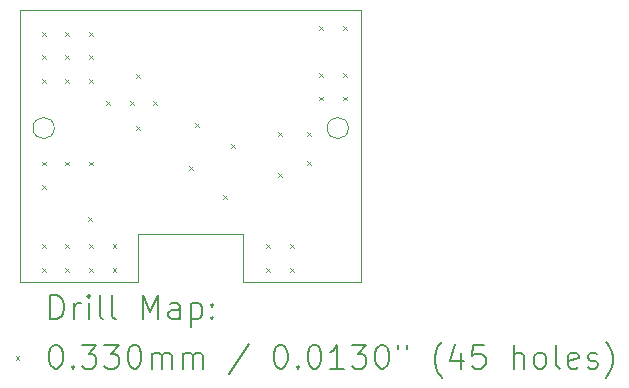
<source format=gbr>
%TF.GenerationSoftware,KiCad,Pcbnew,8.0.1*%
%TF.CreationDate,2024-07-01T16:07:56-04:00*%
%TF.ProjectId,V1,56312e6b-6963-4616-945f-706362585858,rev?*%
%TF.SameCoordinates,Original*%
%TF.FileFunction,Drillmap*%
%TF.FilePolarity,Positive*%
%FSLAX45Y45*%
G04 Gerber Fmt 4.5, Leading zero omitted, Abs format (unit mm)*
G04 Created by KiCad (PCBNEW 8.0.1) date 2024-07-01 16:07:56*
%MOMM*%
%LPD*%
G01*
G04 APERTURE LIST*
%ADD10C,0.100000*%
%ADD11C,0.200000*%
G04 APERTURE END LIST*
D10*
X11000000Y-12300000D02*
X11000000Y-11900000D01*
X10290000Y-11000000D02*
G75*
G02*
X10110000Y-11000000I-90000J0D01*
G01*
X10110000Y-11000000D02*
G75*
G02*
X10290000Y-11000000I90000J0D01*
G01*
X11000000Y-11900000D02*
X11890000Y-11900000D01*
X12890000Y-12300000D02*
X12890000Y-10000000D01*
X11890000Y-12300000D02*
X12890000Y-12300000D01*
X12780000Y-11000000D02*
G75*
G02*
X12600000Y-11000000I-90000J0D01*
G01*
X12600000Y-11000000D02*
G75*
G02*
X12780000Y-11000000I90000J0D01*
G01*
X10000000Y-10000000D02*
X10000000Y-12300000D01*
X11890000Y-11900000D02*
X11890000Y-12300000D01*
X12890000Y-10000000D02*
X10000000Y-10000000D01*
X10000000Y-12300000D02*
X11000000Y-12300000D01*
D11*
D10*
X10183490Y-10183490D02*
X10216510Y-10216510D01*
X10216510Y-10183490D02*
X10183490Y-10216510D01*
X10183490Y-10383490D02*
X10216510Y-10416510D01*
X10216510Y-10383490D02*
X10183490Y-10416510D01*
X10183490Y-10583490D02*
X10216510Y-10616510D01*
X10216510Y-10583490D02*
X10183490Y-10616510D01*
X10183490Y-11283490D02*
X10216510Y-11316510D01*
X10216510Y-11283490D02*
X10183490Y-11316510D01*
X10183490Y-11483490D02*
X10216510Y-11516510D01*
X10216510Y-11483490D02*
X10183490Y-11516510D01*
X10183490Y-11983490D02*
X10216510Y-12016510D01*
X10216510Y-11983490D02*
X10183490Y-12016510D01*
X10183490Y-12183490D02*
X10216510Y-12216510D01*
X10216510Y-12183490D02*
X10183490Y-12216510D01*
X10383490Y-10183490D02*
X10416510Y-10216510D01*
X10416510Y-10183490D02*
X10383490Y-10216510D01*
X10383490Y-10383490D02*
X10416510Y-10416510D01*
X10416510Y-10383490D02*
X10383490Y-10416510D01*
X10383490Y-10583490D02*
X10416510Y-10616510D01*
X10416510Y-10583490D02*
X10383490Y-10616510D01*
X10383490Y-11283490D02*
X10416510Y-11316510D01*
X10416510Y-11283490D02*
X10383490Y-11316510D01*
X10383490Y-11983490D02*
X10416510Y-12016510D01*
X10416510Y-11983490D02*
X10383490Y-12016510D01*
X10383490Y-12183490D02*
X10416510Y-12216510D01*
X10416510Y-12183490D02*
X10383490Y-12216510D01*
X10577490Y-11754490D02*
X10610510Y-11787510D01*
X10610510Y-11754490D02*
X10577490Y-11787510D01*
X10583490Y-10183490D02*
X10616510Y-10216510D01*
X10616510Y-10183490D02*
X10583490Y-10216510D01*
X10583490Y-10383490D02*
X10616510Y-10416510D01*
X10616510Y-10383490D02*
X10583490Y-10416510D01*
X10583490Y-10583490D02*
X10616510Y-10616510D01*
X10616510Y-10583490D02*
X10583490Y-10616510D01*
X10583490Y-11283490D02*
X10616510Y-11316510D01*
X10616510Y-11283490D02*
X10583490Y-11316510D01*
X10583490Y-11983490D02*
X10616510Y-12016510D01*
X10616510Y-11983490D02*
X10583490Y-12016510D01*
X10583490Y-12183490D02*
X10616510Y-12216510D01*
X10616510Y-12183490D02*
X10583490Y-12216510D01*
X10728490Y-10773490D02*
X10761510Y-10806510D01*
X10761510Y-10773490D02*
X10728490Y-10806510D01*
X10783490Y-11983490D02*
X10816510Y-12016510D01*
X10816510Y-11983490D02*
X10783490Y-12016510D01*
X10783490Y-12183490D02*
X10816510Y-12216510D01*
X10816510Y-12183490D02*
X10783490Y-12216510D01*
X10928490Y-10773490D02*
X10961510Y-10806510D01*
X10961510Y-10773490D02*
X10928490Y-10806510D01*
X10980990Y-10545990D02*
X11014010Y-10579010D01*
X11014010Y-10545990D02*
X10980990Y-10579010D01*
X10983490Y-10983490D02*
X11016510Y-11016510D01*
X11016510Y-10983490D02*
X10983490Y-11016510D01*
X11128490Y-10773490D02*
X11161510Y-10806510D01*
X11161510Y-10773490D02*
X11128490Y-10806510D01*
X11428490Y-11323490D02*
X11461510Y-11356510D01*
X11461510Y-11323490D02*
X11428490Y-11356510D01*
X11483490Y-10958490D02*
X11516510Y-10991510D01*
X11516510Y-10958490D02*
X11483490Y-10991510D01*
X11720490Y-11565490D02*
X11753510Y-11598510D01*
X11753510Y-11565490D02*
X11720490Y-11598510D01*
X11783490Y-11133490D02*
X11816510Y-11166510D01*
X11816510Y-11133490D02*
X11783490Y-11166510D01*
X12083490Y-11983490D02*
X12116510Y-12016510D01*
X12116510Y-11983490D02*
X12083490Y-12016510D01*
X12083490Y-12183490D02*
X12116510Y-12216510D01*
X12116510Y-12183490D02*
X12083490Y-12216510D01*
X12182490Y-11381490D02*
X12215510Y-11414510D01*
X12215510Y-11381490D02*
X12182490Y-11414510D01*
X12183490Y-11033490D02*
X12216510Y-11066510D01*
X12216510Y-11033490D02*
X12183490Y-11066510D01*
X12283490Y-11983490D02*
X12316510Y-12016510D01*
X12316510Y-11983490D02*
X12283490Y-12016510D01*
X12283490Y-12183490D02*
X12316510Y-12216510D01*
X12316510Y-12183490D02*
X12283490Y-12216510D01*
X12433490Y-11033490D02*
X12466510Y-11066510D01*
X12466510Y-11033490D02*
X12433490Y-11066510D01*
X12433490Y-11278490D02*
X12466510Y-11311510D01*
X12466510Y-11278490D02*
X12433490Y-11311510D01*
X12533490Y-10133490D02*
X12566510Y-10166510D01*
X12566510Y-10133490D02*
X12533490Y-10166510D01*
X12533490Y-10533490D02*
X12566510Y-10566510D01*
X12566510Y-10533490D02*
X12533490Y-10566510D01*
X12533490Y-10733490D02*
X12566510Y-10766510D01*
X12566510Y-10733490D02*
X12533490Y-10766510D01*
X12733490Y-10133490D02*
X12766510Y-10166510D01*
X12766510Y-10133490D02*
X12733490Y-10166510D01*
X12733490Y-10533490D02*
X12766510Y-10566510D01*
X12766510Y-10533490D02*
X12733490Y-10566510D01*
X12733490Y-10733490D02*
X12766510Y-10766510D01*
X12766510Y-10733490D02*
X12733490Y-10766510D01*
D11*
X10255777Y-12616484D02*
X10255777Y-12416484D01*
X10255777Y-12416484D02*
X10303396Y-12416484D01*
X10303396Y-12416484D02*
X10331967Y-12426008D01*
X10331967Y-12426008D02*
X10351015Y-12445055D01*
X10351015Y-12445055D02*
X10360539Y-12464103D01*
X10360539Y-12464103D02*
X10370063Y-12502198D01*
X10370063Y-12502198D02*
X10370063Y-12530769D01*
X10370063Y-12530769D02*
X10360539Y-12568865D01*
X10360539Y-12568865D02*
X10351015Y-12587912D01*
X10351015Y-12587912D02*
X10331967Y-12606960D01*
X10331967Y-12606960D02*
X10303396Y-12616484D01*
X10303396Y-12616484D02*
X10255777Y-12616484D01*
X10455777Y-12616484D02*
X10455777Y-12483150D01*
X10455777Y-12521246D02*
X10465301Y-12502198D01*
X10465301Y-12502198D02*
X10474824Y-12492674D01*
X10474824Y-12492674D02*
X10493872Y-12483150D01*
X10493872Y-12483150D02*
X10512920Y-12483150D01*
X10579586Y-12616484D02*
X10579586Y-12483150D01*
X10579586Y-12416484D02*
X10570063Y-12426008D01*
X10570063Y-12426008D02*
X10579586Y-12435531D01*
X10579586Y-12435531D02*
X10589110Y-12426008D01*
X10589110Y-12426008D02*
X10579586Y-12416484D01*
X10579586Y-12416484D02*
X10579586Y-12435531D01*
X10703396Y-12616484D02*
X10684348Y-12606960D01*
X10684348Y-12606960D02*
X10674824Y-12587912D01*
X10674824Y-12587912D02*
X10674824Y-12416484D01*
X10808158Y-12616484D02*
X10789110Y-12606960D01*
X10789110Y-12606960D02*
X10779586Y-12587912D01*
X10779586Y-12587912D02*
X10779586Y-12416484D01*
X11036729Y-12616484D02*
X11036729Y-12416484D01*
X11036729Y-12416484D02*
X11103396Y-12559341D01*
X11103396Y-12559341D02*
X11170063Y-12416484D01*
X11170063Y-12416484D02*
X11170063Y-12616484D01*
X11351015Y-12616484D02*
X11351015Y-12511722D01*
X11351015Y-12511722D02*
X11341491Y-12492674D01*
X11341491Y-12492674D02*
X11322443Y-12483150D01*
X11322443Y-12483150D02*
X11284348Y-12483150D01*
X11284348Y-12483150D02*
X11265301Y-12492674D01*
X11351015Y-12606960D02*
X11331967Y-12616484D01*
X11331967Y-12616484D02*
X11284348Y-12616484D01*
X11284348Y-12616484D02*
X11265301Y-12606960D01*
X11265301Y-12606960D02*
X11255777Y-12587912D01*
X11255777Y-12587912D02*
X11255777Y-12568865D01*
X11255777Y-12568865D02*
X11265301Y-12549817D01*
X11265301Y-12549817D02*
X11284348Y-12540293D01*
X11284348Y-12540293D02*
X11331967Y-12540293D01*
X11331967Y-12540293D02*
X11351015Y-12530769D01*
X11446253Y-12483150D02*
X11446253Y-12683150D01*
X11446253Y-12492674D02*
X11465301Y-12483150D01*
X11465301Y-12483150D02*
X11503396Y-12483150D01*
X11503396Y-12483150D02*
X11522443Y-12492674D01*
X11522443Y-12492674D02*
X11531967Y-12502198D01*
X11531967Y-12502198D02*
X11541491Y-12521246D01*
X11541491Y-12521246D02*
X11541491Y-12578388D01*
X11541491Y-12578388D02*
X11531967Y-12597436D01*
X11531967Y-12597436D02*
X11522443Y-12606960D01*
X11522443Y-12606960D02*
X11503396Y-12616484D01*
X11503396Y-12616484D02*
X11465301Y-12616484D01*
X11465301Y-12616484D02*
X11446253Y-12606960D01*
X11627205Y-12597436D02*
X11636729Y-12606960D01*
X11636729Y-12606960D02*
X11627205Y-12616484D01*
X11627205Y-12616484D02*
X11617682Y-12606960D01*
X11617682Y-12606960D02*
X11627205Y-12597436D01*
X11627205Y-12597436D02*
X11627205Y-12616484D01*
X11627205Y-12492674D02*
X11636729Y-12502198D01*
X11636729Y-12502198D02*
X11627205Y-12511722D01*
X11627205Y-12511722D02*
X11617682Y-12502198D01*
X11617682Y-12502198D02*
X11627205Y-12492674D01*
X11627205Y-12492674D02*
X11627205Y-12511722D01*
D10*
X9961980Y-12928490D02*
X9995000Y-12961510D01*
X9995000Y-12928490D02*
X9961980Y-12961510D01*
D11*
X10293872Y-12836484D02*
X10312920Y-12836484D01*
X10312920Y-12836484D02*
X10331967Y-12846008D01*
X10331967Y-12846008D02*
X10341491Y-12855531D01*
X10341491Y-12855531D02*
X10351015Y-12874579D01*
X10351015Y-12874579D02*
X10360539Y-12912674D01*
X10360539Y-12912674D02*
X10360539Y-12960293D01*
X10360539Y-12960293D02*
X10351015Y-12998388D01*
X10351015Y-12998388D02*
X10341491Y-13017436D01*
X10341491Y-13017436D02*
X10331967Y-13026960D01*
X10331967Y-13026960D02*
X10312920Y-13036484D01*
X10312920Y-13036484D02*
X10293872Y-13036484D01*
X10293872Y-13036484D02*
X10274824Y-13026960D01*
X10274824Y-13026960D02*
X10265301Y-13017436D01*
X10265301Y-13017436D02*
X10255777Y-12998388D01*
X10255777Y-12998388D02*
X10246253Y-12960293D01*
X10246253Y-12960293D02*
X10246253Y-12912674D01*
X10246253Y-12912674D02*
X10255777Y-12874579D01*
X10255777Y-12874579D02*
X10265301Y-12855531D01*
X10265301Y-12855531D02*
X10274824Y-12846008D01*
X10274824Y-12846008D02*
X10293872Y-12836484D01*
X10446253Y-13017436D02*
X10455777Y-13026960D01*
X10455777Y-13026960D02*
X10446253Y-13036484D01*
X10446253Y-13036484D02*
X10436729Y-13026960D01*
X10436729Y-13026960D02*
X10446253Y-13017436D01*
X10446253Y-13017436D02*
X10446253Y-13036484D01*
X10522444Y-12836484D02*
X10646253Y-12836484D01*
X10646253Y-12836484D02*
X10579586Y-12912674D01*
X10579586Y-12912674D02*
X10608158Y-12912674D01*
X10608158Y-12912674D02*
X10627205Y-12922198D01*
X10627205Y-12922198D02*
X10636729Y-12931722D01*
X10636729Y-12931722D02*
X10646253Y-12950769D01*
X10646253Y-12950769D02*
X10646253Y-12998388D01*
X10646253Y-12998388D02*
X10636729Y-13017436D01*
X10636729Y-13017436D02*
X10627205Y-13026960D01*
X10627205Y-13026960D02*
X10608158Y-13036484D01*
X10608158Y-13036484D02*
X10551015Y-13036484D01*
X10551015Y-13036484D02*
X10531967Y-13026960D01*
X10531967Y-13026960D02*
X10522444Y-13017436D01*
X10712920Y-12836484D02*
X10836729Y-12836484D01*
X10836729Y-12836484D02*
X10770063Y-12912674D01*
X10770063Y-12912674D02*
X10798634Y-12912674D01*
X10798634Y-12912674D02*
X10817682Y-12922198D01*
X10817682Y-12922198D02*
X10827205Y-12931722D01*
X10827205Y-12931722D02*
X10836729Y-12950769D01*
X10836729Y-12950769D02*
X10836729Y-12998388D01*
X10836729Y-12998388D02*
X10827205Y-13017436D01*
X10827205Y-13017436D02*
X10817682Y-13026960D01*
X10817682Y-13026960D02*
X10798634Y-13036484D01*
X10798634Y-13036484D02*
X10741491Y-13036484D01*
X10741491Y-13036484D02*
X10722444Y-13026960D01*
X10722444Y-13026960D02*
X10712920Y-13017436D01*
X10960539Y-12836484D02*
X10979586Y-12836484D01*
X10979586Y-12836484D02*
X10998634Y-12846008D01*
X10998634Y-12846008D02*
X11008158Y-12855531D01*
X11008158Y-12855531D02*
X11017682Y-12874579D01*
X11017682Y-12874579D02*
X11027205Y-12912674D01*
X11027205Y-12912674D02*
X11027205Y-12960293D01*
X11027205Y-12960293D02*
X11017682Y-12998388D01*
X11017682Y-12998388D02*
X11008158Y-13017436D01*
X11008158Y-13017436D02*
X10998634Y-13026960D01*
X10998634Y-13026960D02*
X10979586Y-13036484D01*
X10979586Y-13036484D02*
X10960539Y-13036484D01*
X10960539Y-13036484D02*
X10941491Y-13026960D01*
X10941491Y-13026960D02*
X10931967Y-13017436D01*
X10931967Y-13017436D02*
X10922444Y-12998388D01*
X10922444Y-12998388D02*
X10912920Y-12960293D01*
X10912920Y-12960293D02*
X10912920Y-12912674D01*
X10912920Y-12912674D02*
X10922444Y-12874579D01*
X10922444Y-12874579D02*
X10931967Y-12855531D01*
X10931967Y-12855531D02*
X10941491Y-12846008D01*
X10941491Y-12846008D02*
X10960539Y-12836484D01*
X11112920Y-13036484D02*
X11112920Y-12903150D01*
X11112920Y-12922198D02*
X11122444Y-12912674D01*
X11122444Y-12912674D02*
X11141491Y-12903150D01*
X11141491Y-12903150D02*
X11170063Y-12903150D01*
X11170063Y-12903150D02*
X11189110Y-12912674D01*
X11189110Y-12912674D02*
X11198634Y-12931722D01*
X11198634Y-12931722D02*
X11198634Y-13036484D01*
X11198634Y-12931722D02*
X11208158Y-12912674D01*
X11208158Y-12912674D02*
X11227205Y-12903150D01*
X11227205Y-12903150D02*
X11255777Y-12903150D01*
X11255777Y-12903150D02*
X11274824Y-12912674D01*
X11274824Y-12912674D02*
X11284348Y-12931722D01*
X11284348Y-12931722D02*
X11284348Y-13036484D01*
X11379586Y-13036484D02*
X11379586Y-12903150D01*
X11379586Y-12922198D02*
X11389110Y-12912674D01*
X11389110Y-12912674D02*
X11408158Y-12903150D01*
X11408158Y-12903150D02*
X11436729Y-12903150D01*
X11436729Y-12903150D02*
X11455777Y-12912674D01*
X11455777Y-12912674D02*
X11465301Y-12931722D01*
X11465301Y-12931722D02*
X11465301Y-13036484D01*
X11465301Y-12931722D02*
X11474824Y-12912674D01*
X11474824Y-12912674D02*
X11493872Y-12903150D01*
X11493872Y-12903150D02*
X11522443Y-12903150D01*
X11522443Y-12903150D02*
X11541491Y-12912674D01*
X11541491Y-12912674D02*
X11551015Y-12931722D01*
X11551015Y-12931722D02*
X11551015Y-13036484D01*
X11941491Y-12826960D02*
X11770063Y-13084103D01*
X12198634Y-12836484D02*
X12217682Y-12836484D01*
X12217682Y-12836484D02*
X12236729Y-12846008D01*
X12236729Y-12846008D02*
X12246253Y-12855531D01*
X12246253Y-12855531D02*
X12255777Y-12874579D01*
X12255777Y-12874579D02*
X12265301Y-12912674D01*
X12265301Y-12912674D02*
X12265301Y-12960293D01*
X12265301Y-12960293D02*
X12255777Y-12998388D01*
X12255777Y-12998388D02*
X12246253Y-13017436D01*
X12246253Y-13017436D02*
X12236729Y-13026960D01*
X12236729Y-13026960D02*
X12217682Y-13036484D01*
X12217682Y-13036484D02*
X12198634Y-13036484D01*
X12198634Y-13036484D02*
X12179586Y-13026960D01*
X12179586Y-13026960D02*
X12170063Y-13017436D01*
X12170063Y-13017436D02*
X12160539Y-12998388D01*
X12160539Y-12998388D02*
X12151015Y-12960293D01*
X12151015Y-12960293D02*
X12151015Y-12912674D01*
X12151015Y-12912674D02*
X12160539Y-12874579D01*
X12160539Y-12874579D02*
X12170063Y-12855531D01*
X12170063Y-12855531D02*
X12179586Y-12846008D01*
X12179586Y-12846008D02*
X12198634Y-12836484D01*
X12351015Y-13017436D02*
X12360539Y-13026960D01*
X12360539Y-13026960D02*
X12351015Y-13036484D01*
X12351015Y-13036484D02*
X12341491Y-13026960D01*
X12341491Y-13026960D02*
X12351015Y-13017436D01*
X12351015Y-13017436D02*
X12351015Y-13036484D01*
X12484348Y-12836484D02*
X12503396Y-12836484D01*
X12503396Y-12836484D02*
X12522444Y-12846008D01*
X12522444Y-12846008D02*
X12531967Y-12855531D01*
X12531967Y-12855531D02*
X12541491Y-12874579D01*
X12541491Y-12874579D02*
X12551015Y-12912674D01*
X12551015Y-12912674D02*
X12551015Y-12960293D01*
X12551015Y-12960293D02*
X12541491Y-12998388D01*
X12541491Y-12998388D02*
X12531967Y-13017436D01*
X12531967Y-13017436D02*
X12522444Y-13026960D01*
X12522444Y-13026960D02*
X12503396Y-13036484D01*
X12503396Y-13036484D02*
X12484348Y-13036484D01*
X12484348Y-13036484D02*
X12465301Y-13026960D01*
X12465301Y-13026960D02*
X12455777Y-13017436D01*
X12455777Y-13017436D02*
X12446253Y-12998388D01*
X12446253Y-12998388D02*
X12436729Y-12960293D01*
X12436729Y-12960293D02*
X12436729Y-12912674D01*
X12436729Y-12912674D02*
X12446253Y-12874579D01*
X12446253Y-12874579D02*
X12455777Y-12855531D01*
X12455777Y-12855531D02*
X12465301Y-12846008D01*
X12465301Y-12846008D02*
X12484348Y-12836484D01*
X12741491Y-13036484D02*
X12627206Y-13036484D01*
X12684348Y-13036484D02*
X12684348Y-12836484D01*
X12684348Y-12836484D02*
X12665301Y-12865055D01*
X12665301Y-12865055D02*
X12646253Y-12884103D01*
X12646253Y-12884103D02*
X12627206Y-12893627D01*
X12808158Y-12836484D02*
X12931967Y-12836484D01*
X12931967Y-12836484D02*
X12865301Y-12912674D01*
X12865301Y-12912674D02*
X12893872Y-12912674D01*
X12893872Y-12912674D02*
X12912920Y-12922198D01*
X12912920Y-12922198D02*
X12922444Y-12931722D01*
X12922444Y-12931722D02*
X12931967Y-12950769D01*
X12931967Y-12950769D02*
X12931967Y-12998388D01*
X12931967Y-12998388D02*
X12922444Y-13017436D01*
X12922444Y-13017436D02*
X12912920Y-13026960D01*
X12912920Y-13026960D02*
X12893872Y-13036484D01*
X12893872Y-13036484D02*
X12836729Y-13036484D01*
X12836729Y-13036484D02*
X12817682Y-13026960D01*
X12817682Y-13026960D02*
X12808158Y-13017436D01*
X13055777Y-12836484D02*
X13074825Y-12836484D01*
X13074825Y-12836484D02*
X13093872Y-12846008D01*
X13093872Y-12846008D02*
X13103396Y-12855531D01*
X13103396Y-12855531D02*
X13112920Y-12874579D01*
X13112920Y-12874579D02*
X13122444Y-12912674D01*
X13122444Y-12912674D02*
X13122444Y-12960293D01*
X13122444Y-12960293D02*
X13112920Y-12998388D01*
X13112920Y-12998388D02*
X13103396Y-13017436D01*
X13103396Y-13017436D02*
X13093872Y-13026960D01*
X13093872Y-13026960D02*
X13074825Y-13036484D01*
X13074825Y-13036484D02*
X13055777Y-13036484D01*
X13055777Y-13036484D02*
X13036729Y-13026960D01*
X13036729Y-13026960D02*
X13027206Y-13017436D01*
X13027206Y-13017436D02*
X13017682Y-12998388D01*
X13017682Y-12998388D02*
X13008158Y-12960293D01*
X13008158Y-12960293D02*
X13008158Y-12912674D01*
X13008158Y-12912674D02*
X13017682Y-12874579D01*
X13017682Y-12874579D02*
X13027206Y-12855531D01*
X13027206Y-12855531D02*
X13036729Y-12846008D01*
X13036729Y-12846008D02*
X13055777Y-12836484D01*
X13198634Y-12836484D02*
X13198634Y-12874579D01*
X13274825Y-12836484D02*
X13274825Y-12874579D01*
X13570063Y-13112674D02*
X13560539Y-13103150D01*
X13560539Y-13103150D02*
X13541491Y-13074579D01*
X13541491Y-13074579D02*
X13531968Y-13055531D01*
X13531968Y-13055531D02*
X13522444Y-13026960D01*
X13522444Y-13026960D02*
X13512920Y-12979341D01*
X13512920Y-12979341D02*
X13512920Y-12941246D01*
X13512920Y-12941246D02*
X13522444Y-12893627D01*
X13522444Y-12893627D02*
X13531968Y-12865055D01*
X13531968Y-12865055D02*
X13541491Y-12846008D01*
X13541491Y-12846008D02*
X13560539Y-12817436D01*
X13560539Y-12817436D02*
X13570063Y-12807912D01*
X13731968Y-12903150D02*
X13731968Y-13036484D01*
X13684348Y-12826960D02*
X13636729Y-12969817D01*
X13636729Y-12969817D02*
X13760539Y-12969817D01*
X13931968Y-12836484D02*
X13836729Y-12836484D01*
X13836729Y-12836484D02*
X13827206Y-12931722D01*
X13827206Y-12931722D02*
X13836729Y-12922198D01*
X13836729Y-12922198D02*
X13855777Y-12912674D01*
X13855777Y-12912674D02*
X13903396Y-12912674D01*
X13903396Y-12912674D02*
X13922444Y-12922198D01*
X13922444Y-12922198D02*
X13931968Y-12931722D01*
X13931968Y-12931722D02*
X13941491Y-12950769D01*
X13941491Y-12950769D02*
X13941491Y-12998388D01*
X13941491Y-12998388D02*
X13931968Y-13017436D01*
X13931968Y-13017436D02*
X13922444Y-13026960D01*
X13922444Y-13026960D02*
X13903396Y-13036484D01*
X13903396Y-13036484D02*
X13855777Y-13036484D01*
X13855777Y-13036484D02*
X13836729Y-13026960D01*
X13836729Y-13026960D02*
X13827206Y-13017436D01*
X14179587Y-13036484D02*
X14179587Y-12836484D01*
X14265301Y-13036484D02*
X14265301Y-12931722D01*
X14265301Y-12931722D02*
X14255777Y-12912674D01*
X14255777Y-12912674D02*
X14236730Y-12903150D01*
X14236730Y-12903150D02*
X14208158Y-12903150D01*
X14208158Y-12903150D02*
X14189110Y-12912674D01*
X14189110Y-12912674D02*
X14179587Y-12922198D01*
X14389110Y-13036484D02*
X14370063Y-13026960D01*
X14370063Y-13026960D02*
X14360539Y-13017436D01*
X14360539Y-13017436D02*
X14351015Y-12998388D01*
X14351015Y-12998388D02*
X14351015Y-12941246D01*
X14351015Y-12941246D02*
X14360539Y-12922198D01*
X14360539Y-12922198D02*
X14370063Y-12912674D01*
X14370063Y-12912674D02*
X14389110Y-12903150D01*
X14389110Y-12903150D02*
X14417682Y-12903150D01*
X14417682Y-12903150D02*
X14436730Y-12912674D01*
X14436730Y-12912674D02*
X14446253Y-12922198D01*
X14446253Y-12922198D02*
X14455777Y-12941246D01*
X14455777Y-12941246D02*
X14455777Y-12998388D01*
X14455777Y-12998388D02*
X14446253Y-13017436D01*
X14446253Y-13017436D02*
X14436730Y-13026960D01*
X14436730Y-13026960D02*
X14417682Y-13036484D01*
X14417682Y-13036484D02*
X14389110Y-13036484D01*
X14570063Y-13036484D02*
X14551015Y-13026960D01*
X14551015Y-13026960D02*
X14541491Y-13007912D01*
X14541491Y-13007912D02*
X14541491Y-12836484D01*
X14722444Y-13026960D02*
X14703396Y-13036484D01*
X14703396Y-13036484D02*
X14665301Y-13036484D01*
X14665301Y-13036484D02*
X14646253Y-13026960D01*
X14646253Y-13026960D02*
X14636730Y-13007912D01*
X14636730Y-13007912D02*
X14636730Y-12931722D01*
X14636730Y-12931722D02*
X14646253Y-12912674D01*
X14646253Y-12912674D02*
X14665301Y-12903150D01*
X14665301Y-12903150D02*
X14703396Y-12903150D01*
X14703396Y-12903150D02*
X14722444Y-12912674D01*
X14722444Y-12912674D02*
X14731968Y-12931722D01*
X14731968Y-12931722D02*
X14731968Y-12950769D01*
X14731968Y-12950769D02*
X14636730Y-12969817D01*
X14808158Y-13026960D02*
X14827206Y-13036484D01*
X14827206Y-13036484D02*
X14865301Y-13036484D01*
X14865301Y-13036484D02*
X14884349Y-13026960D01*
X14884349Y-13026960D02*
X14893872Y-13007912D01*
X14893872Y-13007912D02*
X14893872Y-12998388D01*
X14893872Y-12998388D02*
X14884349Y-12979341D01*
X14884349Y-12979341D02*
X14865301Y-12969817D01*
X14865301Y-12969817D02*
X14836730Y-12969817D01*
X14836730Y-12969817D02*
X14817682Y-12960293D01*
X14817682Y-12960293D02*
X14808158Y-12941246D01*
X14808158Y-12941246D02*
X14808158Y-12931722D01*
X14808158Y-12931722D02*
X14817682Y-12912674D01*
X14817682Y-12912674D02*
X14836730Y-12903150D01*
X14836730Y-12903150D02*
X14865301Y-12903150D01*
X14865301Y-12903150D02*
X14884349Y-12912674D01*
X14960539Y-13112674D02*
X14970063Y-13103150D01*
X14970063Y-13103150D02*
X14989111Y-13074579D01*
X14989111Y-13074579D02*
X14998634Y-13055531D01*
X14998634Y-13055531D02*
X15008158Y-13026960D01*
X15008158Y-13026960D02*
X15017682Y-12979341D01*
X15017682Y-12979341D02*
X15017682Y-12941246D01*
X15017682Y-12941246D02*
X15008158Y-12893627D01*
X15008158Y-12893627D02*
X14998634Y-12865055D01*
X14998634Y-12865055D02*
X14989111Y-12846008D01*
X14989111Y-12846008D02*
X14970063Y-12817436D01*
X14970063Y-12817436D02*
X14960539Y-12807912D01*
M02*

</source>
